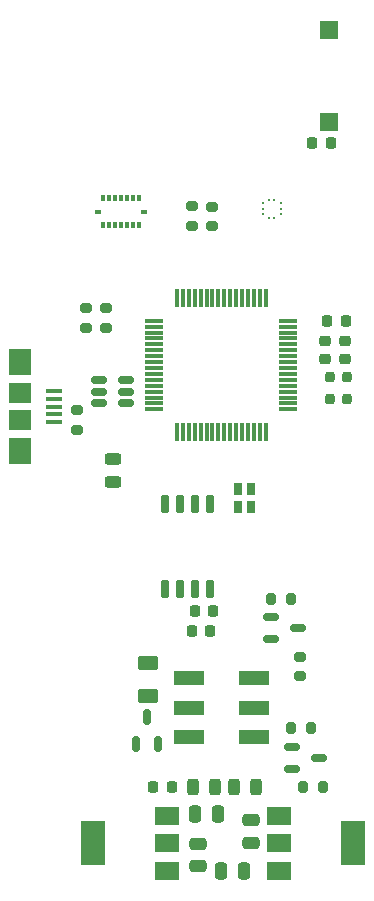
<source format=gbr>
%TF.GenerationSoftware,KiCad,Pcbnew,7.0.5*%
%TF.CreationDate,2023-08-09T18:59:09-07:00*%
%TF.ProjectId,lyra r1,6c797261-2072-4312-9e6b-696361645f70,rev?*%
%TF.SameCoordinates,Original*%
%TF.FileFunction,Paste,Top*%
%TF.FilePolarity,Positive*%
%FSLAX46Y46*%
G04 Gerber Fmt 4.6, Leading zero omitted, Abs format (unit mm)*
G04 Created by KiCad (PCBNEW 7.0.5) date 2023-08-09 18:59:09*
%MOMM*%
%LPD*%
G01*
G04 APERTURE LIST*
G04 Aperture macros list*
%AMRoundRect*
0 Rectangle with rounded corners*
0 $1 Rounding radius*
0 $2 $3 $4 $5 $6 $7 $8 $9 X,Y pos of 4 corners*
0 Add a 4 corners polygon primitive as box body*
4,1,4,$2,$3,$4,$5,$6,$7,$8,$9,$2,$3,0*
0 Add four circle primitives for the rounded corners*
1,1,$1+$1,$2,$3*
1,1,$1+$1,$4,$5*
1,1,$1+$1,$6,$7*
1,1,$1+$1,$8,$9*
0 Add four rect primitives between the rounded corners*
20,1,$1+$1,$2,$3,$4,$5,0*
20,1,$1+$1,$4,$5,$6,$7,0*
20,1,$1+$1,$6,$7,$8,$9,0*
20,1,$1+$1,$8,$9,$2,$3,0*%
G04 Aperture macros list end*
%ADD10RoundRect,0.200000X-0.275000X0.200000X-0.275000X-0.200000X0.275000X-0.200000X0.275000X0.200000X0*%
%ADD11RoundRect,0.218750X-0.218750X-0.256250X0.218750X-0.256250X0.218750X0.256250X-0.218750X0.256250X0*%
%ADD12RoundRect,0.150000X0.150000X-0.650000X0.150000X0.650000X-0.150000X0.650000X-0.150000X-0.650000X0*%
%ADD13RoundRect,0.200000X0.275000X-0.200000X0.275000X0.200000X-0.275000X0.200000X-0.275000X-0.200000X0*%
%ADD14RoundRect,0.150000X-0.512500X-0.150000X0.512500X-0.150000X0.512500X0.150000X-0.512500X0.150000X0*%
%ADD15RoundRect,0.250000X0.475000X-0.250000X0.475000X0.250000X-0.475000X0.250000X-0.475000X-0.250000X0*%
%ADD16RoundRect,0.075000X0.700000X0.075000X-0.700000X0.075000X-0.700000X-0.075000X0.700000X-0.075000X0*%
%ADD17RoundRect,0.075000X0.075000X0.700000X-0.075000X0.700000X-0.075000X-0.700000X0.075000X-0.700000X0*%
%ADD18RoundRect,0.225000X0.225000X0.250000X-0.225000X0.250000X-0.225000X-0.250000X0.225000X-0.250000X0*%
%ADD19R,2.000000X1.500000*%
%ADD20R,2.000000X3.800000*%
%ADD21RoundRect,0.225000X0.250000X-0.225000X0.250000X0.225000X-0.250000X0.225000X-0.250000X-0.225000X0*%
%ADD22RoundRect,0.200000X0.200000X0.275000X-0.200000X0.275000X-0.200000X-0.275000X0.200000X-0.275000X0*%
%ADD23R,2.500000X1.200000*%
%ADD24RoundRect,0.250000X-0.625000X0.375000X-0.625000X-0.375000X0.625000X-0.375000X0.625000X0.375000X0*%
%ADD25RoundRect,0.243750X-0.243750X-0.456250X0.243750X-0.456250X0.243750X0.456250X-0.243750X0.456250X0*%
%ADD26R,1.500000X1.500000*%
%ADD27R,1.400000X0.400000*%
%ADD28R,1.900000X2.300000*%
%ADD29R,1.900000X1.800000*%
%ADD30RoundRect,0.225000X-0.225000X-0.250000X0.225000X-0.250000X0.225000X0.250000X-0.225000X0.250000X0*%
%ADD31RoundRect,0.218750X0.218750X0.256250X-0.218750X0.256250X-0.218750X-0.256250X0.218750X-0.256250X0*%
%ADD32RoundRect,0.150000X0.150000X-0.512500X0.150000X0.512500X-0.150000X0.512500X-0.150000X-0.512500X0*%
%ADD33RoundRect,0.243750X0.243750X0.456250X-0.243750X0.456250X-0.243750X-0.456250X0.243750X-0.456250X0*%
%ADD34RoundRect,0.250000X-0.475000X0.250000X-0.475000X-0.250000X0.475000X-0.250000X0.475000X0.250000X0*%
%ADD35RoundRect,0.200000X0.200000X0.250000X-0.200000X0.250000X-0.200000X-0.250000X0.200000X-0.250000X0*%
%ADD36RoundRect,0.243750X0.456250X-0.243750X0.456250X0.243750X-0.456250X0.243750X-0.456250X-0.243750X0*%
%ADD37R,0.250000X0.275000*%
%ADD38R,0.275000X0.250000*%
%ADD39RoundRect,0.250000X-0.250000X-0.475000X0.250000X-0.475000X0.250000X0.475000X-0.250000X0.475000X0*%
%ADD40R,0.800000X1.000000*%
%ADD41R,0.350000X0.590000*%
%ADD42R,0.590000X0.350000*%
%ADD43RoundRect,0.250000X0.250000X0.475000X-0.250000X0.475000X-0.250000X-0.475000X0.250000X-0.475000X0*%
G04 APERTURE END LIST*
D10*
%TO.C,R16*%
X133750000Y-108425000D03*
X133750000Y-110075000D03*
%TD*%
D11*
%TO.C,FB1*%
X139462500Y-149000000D03*
X141037500Y-149000000D03*
%TD*%
D12*
%TO.C,U6*%
X140462000Y-132251000D03*
X141732000Y-132251000D03*
X143002000Y-132251000D03*
X144272000Y-132251000D03*
X144272000Y-125051000D03*
X143002000Y-125051000D03*
X141732000Y-125051000D03*
X140462000Y-125051000D03*
%TD*%
D13*
%TO.C,R9*%
X151892000Y-139575000D03*
X151892000Y-137925000D03*
%TD*%
D14*
%TO.C,Q3*%
X151225000Y-145550000D03*
X151225000Y-147450000D03*
X153500000Y-146500000D03*
%TD*%
D15*
%TO.C,C4*%
X147750000Y-153700000D03*
X147750000Y-151800000D03*
%TD*%
D16*
%TO.C,U7*%
X150925000Y-117000000D03*
X150925000Y-116500000D03*
X150925000Y-116000000D03*
X150925000Y-115500000D03*
X150925000Y-115000000D03*
X150925000Y-114500000D03*
X150925000Y-114000000D03*
X150925000Y-113500000D03*
X150925000Y-113000000D03*
X150925000Y-112500000D03*
X150925000Y-112000000D03*
X150925000Y-111500000D03*
X150925000Y-111000000D03*
X150925000Y-110500000D03*
X150925000Y-110000000D03*
X150925000Y-109500000D03*
D17*
X149000000Y-107575000D03*
X148500000Y-107575000D03*
X148000000Y-107575000D03*
X147500000Y-107575000D03*
X147000000Y-107575000D03*
X146500000Y-107575000D03*
X146000000Y-107575000D03*
X145500000Y-107575000D03*
X145000000Y-107575000D03*
X144500000Y-107575000D03*
X144000000Y-107575000D03*
X143500000Y-107575000D03*
X143000000Y-107575000D03*
X142500000Y-107575000D03*
X142000000Y-107575000D03*
X141500000Y-107575000D03*
D16*
X139575000Y-109500000D03*
X139575000Y-110000000D03*
X139575000Y-110500000D03*
X139575000Y-111000000D03*
X139575000Y-111500000D03*
X139575000Y-112000000D03*
X139575000Y-112500000D03*
X139575000Y-113000000D03*
X139575000Y-113500000D03*
X139575000Y-114000000D03*
X139575000Y-114500000D03*
X139575000Y-115000000D03*
X139575000Y-115500000D03*
X139575000Y-116000000D03*
X139575000Y-116500000D03*
X139575000Y-117000000D03*
D17*
X141500000Y-118925000D03*
X142000000Y-118925000D03*
X142500000Y-118925000D03*
X143000000Y-118925000D03*
X143500000Y-118925000D03*
X144000000Y-118925000D03*
X144500000Y-118925000D03*
X145000000Y-118925000D03*
X145500000Y-118925000D03*
X146000000Y-118925000D03*
X146500000Y-118925000D03*
X147000000Y-118925000D03*
X147500000Y-118925000D03*
X148000000Y-118925000D03*
X148500000Y-118925000D03*
X149000000Y-118925000D03*
%TD*%
D18*
%TO.C,C9*%
X144539000Y-134112000D03*
X142989000Y-134112000D03*
%TD*%
D19*
%TO.C,U2*%
X150100000Y-151450000D03*
X150100000Y-153750000D03*
D20*
X156400000Y-153750000D03*
D19*
X150100000Y-156050000D03*
%TD*%
D21*
%TO.C,C19*%
X154000000Y-112775000D03*
X154000000Y-111225000D03*
%TD*%
D14*
%TO.C,Q2*%
X149433700Y-134584400D03*
X149433700Y-136484400D03*
X151708700Y-135534400D03*
%TD*%
D22*
%TO.C,R12*%
X153825000Y-149000000D03*
X152175000Y-149000000D03*
%TD*%
D23*
%TO.C,SW2*%
X148000000Y-144750000D03*
X148000000Y-142250000D03*
X148000000Y-139750000D03*
X142500000Y-139750000D03*
X142500000Y-142250000D03*
X142500000Y-144750000D03*
%TD*%
D22*
%TO.C,R8*%
X151142200Y-133045200D03*
X149492200Y-133045200D03*
%TD*%
D24*
%TO.C,F1*%
X139039600Y-138452400D03*
X139039600Y-141252400D03*
%TD*%
D25*
%TO.C,D1*%
X142875000Y-149000000D03*
X144750000Y-149000000D03*
%TD*%
D26*
%TO.C,SW1*%
X154330400Y-84898400D03*
X154330400Y-92698400D03*
%TD*%
D22*
%TO.C,R10*%
X152825000Y-144000000D03*
X151175000Y-144000000D03*
%TD*%
D14*
%TO.C,U3*%
X134862500Y-114550000D03*
X134862500Y-115500000D03*
X134862500Y-116450000D03*
X137137500Y-116450000D03*
X137137500Y-115500000D03*
X137137500Y-114550000D03*
%TD*%
D27*
%TO.C,J1*%
X131064000Y-115468400D03*
X131064000Y-116118400D03*
X131064000Y-116768400D03*
X131064000Y-117418400D03*
X131064000Y-118068400D03*
D28*
X128214000Y-113018400D03*
D29*
X128214000Y-115618400D03*
X128214000Y-117918400D03*
D28*
X128214000Y-120518400D03*
%TD*%
D30*
%TO.C,C11*%
X152945800Y-94488000D03*
X154495800Y-94488000D03*
%TD*%
D31*
%TO.C,FB2*%
X155787500Y-109500000D03*
X154212500Y-109500000D03*
%TD*%
D10*
%TO.C,R15*%
X144449800Y-99856800D03*
X144449800Y-101506800D03*
%TD*%
D32*
%TO.C,Q1*%
X137988000Y-145358700D03*
X139888000Y-145358700D03*
X138938000Y-143083700D03*
%TD*%
D33*
%TO.C,D4*%
X148187500Y-149000000D03*
X146312500Y-149000000D03*
%TD*%
D10*
%TO.C,R17*%
X142798800Y-99809800D03*
X142798800Y-101459800D03*
%TD*%
D13*
%TO.C,R2*%
X133000000Y-118731800D03*
X133000000Y-117081800D03*
%TD*%
D34*
%TO.C,C3*%
X143250000Y-153800000D03*
X143250000Y-155700000D03*
%TD*%
D18*
%TO.C,C12*%
X144285000Y-135763000D03*
X142735000Y-135763000D03*
%TD*%
D35*
%TO.C,X1*%
X155919000Y-116114000D03*
X155919000Y-114264000D03*
X154469000Y-114264000D03*
X154469000Y-116114000D03*
%TD*%
D36*
%TO.C,D3*%
X136042400Y-123111500D03*
X136042400Y-121236500D03*
%TD*%
D13*
%TO.C,R18*%
X135510000Y-110075000D03*
X135510000Y-108425000D03*
%TD*%
D37*
%TO.C,U5*%
X149750000Y-99237500D03*
X149250000Y-99237500D03*
D38*
X148737500Y-99500000D03*
X148737500Y-100000000D03*
X148737500Y-100500000D03*
D37*
X149250000Y-100762500D03*
X149750000Y-100762500D03*
D38*
X150262500Y-100500000D03*
X150262500Y-100000000D03*
X150262500Y-99500000D03*
%TD*%
D39*
%TO.C,C1*%
X143050000Y-151250000D03*
X144950000Y-151250000D03*
%TD*%
D21*
%TO.C,C18*%
X155750000Y-112775000D03*
X155750000Y-111225000D03*
%TD*%
D40*
%TO.C,D5*%
X147800000Y-123750000D03*
X147800000Y-125250000D03*
X146700000Y-125250000D03*
X146700000Y-123750000D03*
%TD*%
D19*
%TO.C,U1*%
X140650000Y-156050000D03*
X140650000Y-153750000D03*
D20*
X134350000Y-153750000D03*
D19*
X140650000Y-151450000D03*
%TD*%
D41*
%TO.C,U4*%
X135250000Y-99085000D03*
X135750000Y-99085000D03*
X136250000Y-99085000D03*
X136750000Y-99085000D03*
X137250000Y-99085000D03*
X137750000Y-99085000D03*
X138250000Y-99085000D03*
D42*
X138665000Y-100250000D03*
D41*
X138250000Y-101415000D03*
X137750000Y-101415000D03*
X137250000Y-101415000D03*
X136750000Y-101415000D03*
X136250000Y-101415000D03*
X135750000Y-101415000D03*
X135250000Y-101415000D03*
D42*
X134835000Y-100250000D03*
%TD*%
D43*
%TO.C,C2*%
X147127000Y-156083000D03*
X145227000Y-156083000D03*
%TD*%
M02*

</source>
